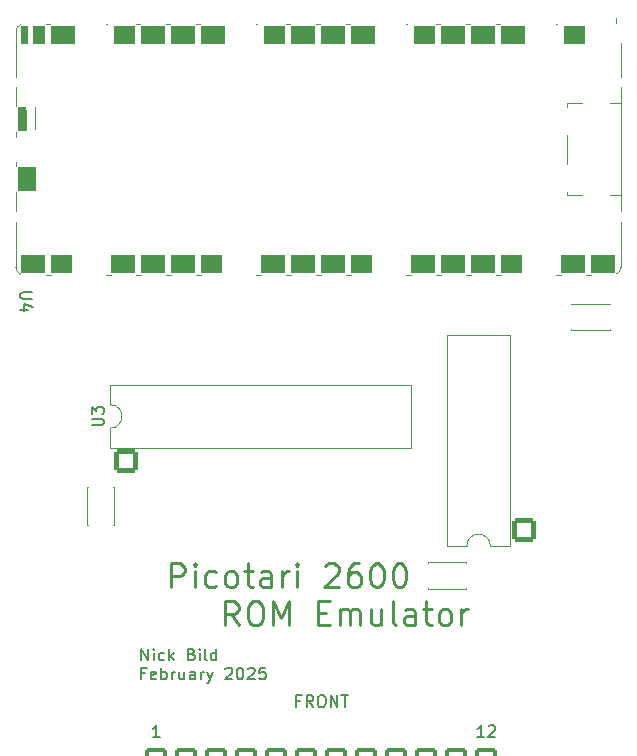
<source format=gto>
%TF.GenerationSoftware,KiCad,Pcbnew,8.0.8-8.0.8-0~ubuntu22.04.1*%
%TF.CreationDate,2025-02-03T17:59:30-05:00*%
%TF.ProjectId,2600cart,32363030-6361-4727-942e-6b696361645f,rev?*%
%TF.SameCoordinates,Original*%
%TF.FileFunction,Legend,Top*%
%TF.FilePolarity,Positive*%
%FSLAX46Y46*%
G04 Gerber Fmt 4.6, Leading zero omitted, Abs format (unit mm)*
G04 Created by KiCad (PCBNEW 8.0.8-8.0.8-0~ubuntu22.04.1) date 2025-02-03 17:59:30*
%MOMM*%
%LPD*%
G01*
G04 APERTURE LIST*
G04 Aperture macros list*
%AMRoundRect*
0 Rectangle with rounded corners*
0 $1 Rounding radius*
0 $2 $3 $4 $5 $6 $7 $8 $9 X,Y pos of 4 corners*
0 Add a 4 corners polygon primitive as box body*
4,1,4,$2,$3,$4,$5,$6,$7,$8,$9,$2,$3,0*
0 Add four circle primitives for the rounded corners*
1,1,$1+$1,$2,$3*
1,1,$1+$1,$4,$5*
1,1,$1+$1,$6,$7*
1,1,$1+$1,$8,$9*
0 Add four rect primitives between the rounded corners*
20,1,$1+$1,$2,$3,$4,$5,0*
20,1,$1+$1,$4,$5,$6,$7,0*
20,1,$1+$1,$6,$7,$8,$9,0*
20,1,$1+$1,$8,$9,$2,$3,0*%
%AMFreePoly0*
4,1,54,0.822393,0.998742,1.000410,0.978684,1.044073,0.968719,1.213163,0.909552,1.253513,0.890120,1.405198,0.794810,1.440213,0.766886,1.566886,0.640213,1.594810,0.605198,1.690120,0.453513,1.709552,0.413163,1.768719,0.244073,1.778684,0.200410,1.798742,0.022393,1.798742,-0.022393,1.778684,-0.200410,1.768719,-0.244073,1.709552,-0.413163,1.690120,-0.453513,1.594810,-0.605198,
1.566886,-0.640213,1.440213,-0.766886,1.405198,-0.794810,1.253513,-0.890120,1.213163,-0.909552,1.044073,-0.968719,1.000410,-0.978684,0.822393,-0.998742,0.800000,-1.000000,-1.400000,-1.000000,-1.421968,-0.994986,-1.444504,-0.994986,-1.531281,-0.975180,-1.531282,-0.975179,-1.611476,-0.936559,-1.681064,-0.881065,-1.736560,-0.811476,-1.775179,-0.731282,-1.775180,-0.731281,-1.794986,-0.644504,
-1.800000,-0.600000,-1.800000,0.600000,-1.794986,0.644504,-1.775180,0.731281,-1.736561,0.811474,-1.736560,0.811476,-1.681064,0.881065,-1.611476,0.936559,-1.531282,0.975179,-1.444505,0.994986,-1.429511,0.994986,-1.400000,1.000000,0.800000,1.000000,0.822393,0.998742,0.822393,0.998742,$1*%
%AMFreePoly1*
4,1,54,1.421968,0.994986,1.444504,0.994986,1.531281,0.975180,1.531282,0.975179,1.611476,0.936559,1.681064,0.881065,1.736560,0.811476,1.775179,0.731282,1.775180,0.731281,1.794986,0.644504,1.800000,0.600000,1.800000,-0.600000,1.794986,-0.644504,1.775180,-0.731281,1.736561,-0.811474,1.736560,-0.811476,1.681064,-0.881065,1.611476,-0.936559,1.531282,-0.975179,1.444505,-0.994986,
1.429511,-0.994986,1.400000,-1.000000,-0.800000,-1.000000,-0.822393,-0.998742,-1.000410,-0.978684,-1.044073,-0.968719,-1.213163,-0.909552,-1.253513,-0.890120,-1.405198,-0.794810,-1.440213,-0.766886,-1.566886,-0.640213,-1.594810,-0.605198,-1.690120,-0.453513,-1.709552,-0.413163,-1.768719,-0.244073,-1.778684,-0.200410,-1.798742,-0.022393,-1.798742,0.022393,-1.778684,0.200410,-1.768719,0.244073,
-1.709552,0.413163,-1.690120,0.453513,-1.594810,0.605198,-1.566886,0.640213,-1.440213,0.766886,-1.405198,0.794810,-1.253513,0.890120,-1.213163,0.909552,-1.044073,0.968719,-1.000410,0.978684,-0.822393,0.998742,-0.800000,1.000000,1.400000,1.000000,1.421968,0.994986,1.421968,0.994986,$1*%
%AMFreePoly2*
4,1,54,1.622393,0.998742,1.800410,0.978684,1.844073,0.968719,2.013163,0.909552,2.053513,0.890120,2.205198,0.794810,2.240213,0.766886,2.366886,0.640213,2.394810,0.605198,2.490120,0.453513,2.509552,0.413163,2.568719,0.244073,2.578684,0.200410,2.598742,0.022393,2.598742,-0.022393,2.578684,-0.200410,2.568719,-0.244073,2.509552,-0.413163,2.490120,-0.453513,2.394810,-0.605198,
2.366886,-0.640213,2.240213,-0.766886,2.205198,-0.794810,2.053513,-0.890120,2.013163,-0.909552,1.844073,-0.968719,1.800410,-0.978684,1.622393,-0.998742,1.600000,-1.000000,-0.600000,-1.000000,-0.621968,-0.994986,-0.644504,-0.994986,-0.731281,-0.975180,-0.731282,-0.975179,-0.811476,-0.936559,-0.881064,-0.881065,-0.936560,-0.811476,-0.975179,-0.731282,-0.975180,-0.731281,-0.994986,-0.644504,
-1.000000,-0.600000,-1.000000,0.600000,-0.994986,0.644504,-0.975180,0.731281,-0.936561,0.811474,-0.936560,0.811476,-0.881064,0.881065,-0.811476,0.936559,-0.731282,0.975179,-0.644505,0.994986,-0.629511,0.994986,-0.600000,1.000000,1.600000,1.000000,1.622393,0.998742,1.622393,0.998742,$1*%
G04 Aperture macros list end*
%ADD10C,0.150000*%
%ADD11C,0.250000*%
%ADD12C,0.200000*%
%ADD13C,0.120000*%
%ADD14RoundRect,0.200000X-0.762000X-2.286000X0.762000X-2.286000X0.762000X2.286000X-0.762000X2.286000X0*%
%ADD15C,2.000000*%
%ADD16C,2.200000*%
%ADD17C,1.850000*%
%ADD18FreePoly0,270.000000*%
%ADD19RoundRect,1.000000X-0.000010X0.800000X-0.000010X-0.800000X0.000010X-0.800000X0.000010X0.800000X0*%
%ADD20FreePoly1,270.000000*%
%ADD21RoundRect,1.000000X-0.800000X-0.000010X0.800000X-0.000010X0.800000X0.000010X-0.800000X0.000010X0*%
%ADD22FreePoly2,180.000000*%
%ADD23RoundRect,0.200000X0.800000X0.800000X-0.800000X0.800000X-0.800000X-0.800000X0.800000X-0.800000X0*%
%ADD24O,2.000000X2.000000*%
%ADD25RoundRect,0.200000X0.800000X-0.800000X0.800000X0.800000X-0.800000X0.800000X-0.800000X-0.800000X0*%
G04 APERTURE END LIST*
D10*
X100260379Y-122923075D02*
X100260379Y-121923075D01*
X100260379Y-121923075D02*
X100831807Y-122923075D01*
X100831807Y-122923075D02*
X100831807Y-121923075D01*
X101307998Y-122923075D02*
X101307998Y-122256408D01*
X101307998Y-121923075D02*
X101260379Y-121970694D01*
X101260379Y-121970694D02*
X101307998Y-122018313D01*
X101307998Y-122018313D02*
X101355617Y-121970694D01*
X101355617Y-121970694D02*
X101307998Y-121923075D01*
X101307998Y-121923075D02*
X101307998Y-122018313D01*
X102212759Y-122875456D02*
X102117521Y-122923075D01*
X102117521Y-122923075D02*
X101927045Y-122923075D01*
X101927045Y-122923075D02*
X101831807Y-122875456D01*
X101831807Y-122875456D02*
X101784188Y-122827836D01*
X101784188Y-122827836D02*
X101736569Y-122732598D01*
X101736569Y-122732598D02*
X101736569Y-122446884D01*
X101736569Y-122446884D02*
X101784188Y-122351646D01*
X101784188Y-122351646D02*
X101831807Y-122304027D01*
X101831807Y-122304027D02*
X101927045Y-122256408D01*
X101927045Y-122256408D02*
X102117521Y-122256408D01*
X102117521Y-122256408D02*
X102212759Y-122304027D01*
X102641331Y-122923075D02*
X102641331Y-121923075D01*
X102736569Y-122542122D02*
X103022283Y-122923075D01*
X103022283Y-122256408D02*
X102641331Y-122637360D01*
X104546093Y-122399265D02*
X104688950Y-122446884D01*
X104688950Y-122446884D02*
X104736569Y-122494503D01*
X104736569Y-122494503D02*
X104784188Y-122589741D01*
X104784188Y-122589741D02*
X104784188Y-122732598D01*
X104784188Y-122732598D02*
X104736569Y-122827836D01*
X104736569Y-122827836D02*
X104688950Y-122875456D01*
X104688950Y-122875456D02*
X104593712Y-122923075D01*
X104593712Y-122923075D02*
X104212760Y-122923075D01*
X104212760Y-122923075D02*
X104212760Y-121923075D01*
X104212760Y-121923075D02*
X104546093Y-121923075D01*
X104546093Y-121923075D02*
X104641331Y-121970694D01*
X104641331Y-121970694D02*
X104688950Y-122018313D01*
X104688950Y-122018313D02*
X104736569Y-122113551D01*
X104736569Y-122113551D02*
X104736569Y-122208789D01*
X104736569Y-122208789D02*
X104688950Y-122304027D01*
X104688950Y-122304027D02*
X104641331Y-122351646D01*
X104641331Y-122351646D02*
X104546093Y-122399265D01*
X104546093Y-122399265D02*
X104212760Y-122399265D01*
X105212760Y-122923075D02*
X105212760Y-122256408D01*
X105212760Y-121923075D02*
X105165141Y-121970694D01*
X105165141Y-121970694D02*
X105212760Y-122018313D01*
X105212760Y-122018313D02*
X105260379Y-121970694D01*
X105260379Y-121970694D02*
X105212760Y-121923075D01*
X105212760Y-121923075D02*
X105212760Y-122018313D01*
X105831807Y-122923075D02*
X105736569Y-122875456D01*
X105736569Y-122875456D02*
X105688950Y-122780217D01*
X105688950Y-122780217D02*
X105688950Y-121923075D01*
X106641331Y-122923075D02*
X106641331Y-121923075D01*
X106641331Y-122875456D02*
X106546093Y-122923075D01*
X106546093Y-122923075D02*
X106355617Y-122923075D01*
X106355617Y-122923075D02*
X106260379Y-122875456D01*
X106260379Y-122875456D02*
X106212760Y-122827836D01*
X106212760Y-122827836D02*
X106165141Y-122732598D01*
X106165141Y-122732598D02*
X106165141Y-122446884D01*
X106165141Y-122446884D02*
X106212760Y-122351646D01*
X106212760Y-122351646D02*
X106260379Y-122304027D01*
X106260379Y-122304027D02*
X106355617Y-122256408D01*
X106355617Y-122256408D02*
X106546093Y-122256408D01*
X106546093Y-122256408D02*
X106641331Y-122304027D01*
X100593712Y-124009209D02*
X100260379Y-124009209D01*
X100260379Y-124533019D02*
X100260379Y-123533019D01*
X100260379Y-123533019D02*
X100736569Y-123533019D01*
X101498474Y-124485400D02*
X101403236Y-124533019D01*
X101403236Y-124533019D02*
X101212760Y-124533019D01*
X101212760Y-124533019D02*
X101117522Y-124485400D01*
X101117522Y-124485400D02*
X101069903Y-124390161D01*
X101069903Y-124390161D02*
X101069903Y-124009209D01*
X101069903Y-124009209D02*
X101117522Y-123913971D01*
X101117522Y-123913971D02*
X101212760Y-123866352D01*
X101212760Y-123866352D02*
X101403236Y-123866352D01*
X101403236Y-123866352D02*
X101498474Y-123913971D01*
X101498474Y-123913971D02*
X101546093Y-124009209D01*
X101546093Y-124009209D02*
X101546093Y-124104447D01*
X101546093Y-124104447D02*
X101069903Y-124199685D01*
X101974665Y-124533019D02*
X101974665Y-123533019D01*
X101974665Y-123913971D02*
X102069903Y-123866352D01*
X102069903Y-123866352D02*
X102260379Y-123866352D01*
X102260379Y-123866352D02*
X102355617Y-123913971D01*
X102355617Y-123913971D02*
X102403236Y-123961590D01*
X102403236Y-123961590D02*
X102450855Y-124056828D01*
X102450855Y-124056828D02*
X102450855Y-124342542D01*
X102450855Y-124342542D02*
X102403236Y-124437780D01*
X102403236Y-124437780D02*
X102355617Y-124485400D01*
X102355617Y-124485400D02*
X102260379Y-124533019D01*
X102260379Y-124533019D02*
X102069903Y-124533019D01*
X102069903Y-124533019D02*
X101974665Y-124485400D01*
X102879427Y-124533019D02*
X102879427Y-123866352D01*
X102879427Y-124056828D02*
X102927046Y-123961590D01*
X102927046Y-123961590D02*
X102974665Y-123913971D01*
X102974665Y-123913971D02*
X103069903Y-123866352D01*
X103069903Y-123866352D02*
X103165141Y-123866352D01*
X103927046Y-123866352D02*
X103927046Y-124533019D01*
X103498475Y-123866352D02*
X103498475Y-124390161D01*
X103498475Y-124390161D02*
X103546094Y-124485400D01*
X103546094Y-124485400D02*
X103641332Y-124533019D01*
X103641332Y-124533019D02*
X103784189Y-124533019D01*
X103784189Y-124533019D02*
X103879427Y-124485400D01*
X103879427Y-124485400D02*
X103927046Y-124437780D01*
X104831808Y-124533019D02*
X104831808Y-124009209D01*
X104831808Y-124009209D02*
X104784189Y-123913971D01*
X104784189Y-123913971D02*
X104688951Y-123866352D01*
X104688951Y-123866352D02*
X104498475Y-123866352D01*
X104498475Y-123866352D02*
X104403237Y-123913971D01*
X104831808Y-124485400D02*
X104736570Y-124533019D01*
X104736570Y-124533019D02*
X104498475Y-124533019D01*
X104498475Y-124533019D02*
X104403237Y-124485400D01*
X104403237Y-124485400D02*
X104355618Y-124390161D01*
X104355618Y-124390161D02*
X104355618Y-124294923D01*
X104355618Y-124294923D02*
X104403237Y-124199685D01*
X104403237Y-124199685D02*
X104498475Y-124152066D01*
X104498475Y-124152066D02*
X104736570Y-124152066D01*
X104736570Y-124152066D02*
X104831808Y-124104447D01*
X105307999Y-124533019D02*
X105307999Y-123866352D01*
X105307999Y-124056828D02*
X105355618Y-123961590D01*
X105355618Y-123961590D02*
X105403237Y-123913971D01*
X105403237Y-123913971D02*
X105498475Y-123866352D01*
X105498475Y-123866352D02*
X105593713Y-123866352D01*
X105831809Y-123866352D02*
X106069904Y-124533019D01*
X106307999Y-123866352D02*
X106069904Y-124533019D01*
X106069904Y-124533019D02*
X105974666Y-124771114D01*
X105974666Y-124771114D02*
X105927047Y-124818733D01*
X105927047Y-124818733D02*
X105831809Y-124866352D01*
X107403238Y-123628257D02*
X107450857Y-123580638D01*
X107450857Y-123580638D02*
X107546095Y-123533019D01*
X107546095Y-123533019D02*
X107784190Y-123533019D01*
X107784190Y-123533019D02*
X107879428Y-123580638D01*
X107879428Y-123580638D02*
X107927047Y-123628257D01*
X107927047Y-123628257D02*
X107974666Y-123723495D01*
X107974666Y-123723495D02*
X107974666Y-123818733D01*
X107974666Y-123818733D02*
X107927047Y-123961590D01*
X107927047Y-123961590D02*
X107355619Y-124533019D01*
X107355619Y-124533019D02*
X107974666Y-124533019D01*
X108593714Y-123533019D02*
X108688952Y-123533019D01*
X108688952Y-123533019D02*
X108784190Y-123580638D01*
X108784190Y-123580638D02*
X108831809Y-123628257D01*
X108831809Y-123628257D02*
X108879428Y-123723495D01*
X108879428Y-123723495D02*
X108927047Y-123913971D01*
X108927047Y-123913971D02*
X108927047Y-124152066D01*
X108927047Y-124152066D02*
X108879428Y-124342542D01*
X108879428Y-124342542D02*
X108831809Y-124437780D01*
X108831809Y-124437780D02*
X108784190Y-124485400D01*
X108784190Y-124485400D02*
X108688952Y-124533019D01*
X108688952Y-124533019D02*
X108593714Y-124533019D01*
X108593714Y-124533019D02*
X108498476Y-124485400D01*
X108498476Y-124485400D02*
X108450857Y-124437780D01*
X108450857Y-124437780D02*
X108403238Y-124342542D01*
X108403238Y-124342542D02*
X108355619Y-124152066D01*
X108355619Y-124152066D02*
X108355619Y-123913971D01*
X108355619Y-123913971D02*
X108403238Y-123723495D01*
X108403238Y-123723495D02*
X108450857Y-123628257D01*
X108450857Y-123628257D02*
X108498476Y-123580638D01*
X108498476Y-123580638D02*
X108593714Y-123533019D01*
X109308000Y-123628257D02*
X109355619Y-123580638D01*
X109355619Y-123580638D02*
X109450857Y-123533019D01*
X109450857Y-123533019D02*
X109688952Y-123533019D01*
X109688952Y-123533019D02*
X109784190Y-123580638D01*
X109784190Y-123580638D02*
X109831809Y-123628257D01*
X109831809Y-123628257D02*
X109879428Y-123723495D01*
X109879428Y-123723495D02*
X109879428Y-123818733D01*
X109879428Y-123818733D02*
X109831809Y-123961590D01*
X109831809Y-123961590D02*
X109260381Y-124533019D01*
X109260381Y-124533019D02*
X109879428Y-124533019D01*
X110784190Y-123533019D02*
X110308000Y-123533019D01*
X110308000Y-123533019D02*
X110260381Y-124009209D01*
X110260381Y-124009209D02*
X110308000Y-123961590D01*
X110308000Y-123961590D02*
X110403238Y-123913971D01*
X110403238Y-123913971D02*
X110641333Y-123913971D01*
X110641333Y-123913971D02*
X110736571Y-123961590D01*
X110736571Y-123961590D02*
X110784190Y-124009209D01*
X110784190Y-124009209D02*
X110831809Y-124104447D01*
X110831809Y-124104447D02*
X110831809Y-124342542D01*
X110831809Y-124342542D02*
X110784190Y-124437780D01*
X110784190Y-124437780D02*
X110736571Y-124485400D01*
X110736571Y-124485400D02*
X110641333Y-124533019D01*
X110641333Y-124533019D02*
X110403238Y-124533019D01*
X110403238Y-124533019D02*
X110308000Y-124485400D01*
X110308000Y-124485400D02*
X110260381Y-124437780D01*
D11*
X102799463Y-116715150D02*
X102799463Y-114715150D01*
X102799463Y-114715150D02*
X103561368Y-114715150D01*
X103561368Y-114715150D02*
X103751844Y-114810388D01*
X103751844Y-114810388D02*
X103847082Y-114905626D01*
X103847082Y-114905626D02*
X103942320Y-115096102D01*
X103942320Y-115096102D02*
X103942320Y-115381816D01*
X103942320Y-115381816D02*
X103847082Y-115572292D01*
X103847082Y-115572292D02*
X103751844Y-115667531D01*
X103751844Y-115667531D02*
X103561368Y-115762769D01*
X103561368Y-115762769D02*
X102799463Y-115762769D01*
X104799463Y-116715150D02*
X104799463Y-115381816D01*
X104799463Y-114715150D02*
X104704225Y-114810388D01*
X104704225Y-114810388D02*
X104799463Y-114905626D01*
X104799463Y-114905626D02*
X104894701Y-114810388D01*
X104894701Y-114810388D02*
X104799463Y-114715150D01*
X104799463Y-114715150D02*
X104799463Y-114905626D01*
X106608987Y-116619912D02*
X106418511Y-116715150D01*
X106418511Y-116715150D02*
X106037558Y-116715150D01*
X106037558Y-116715150D02*
X105847082Y-116619912D01*
X105847082Y-116619912D02*
X105751844Y-116524673D01*
X105751844Y-116524673D02*
X105656606Y-116334197D01*
X105656606Y-116334197D02*
X105656606Y-115762769D01*
X105656606Y-115762769D02*
X105751844Y-115572292D01*
X105751844Y-115572292D02*
X105847082Y-115477054D01*
X105847082Y-115477054D02*
X106037558Y-115381816D01*
X106037558Y-115381816D02*
X106418511Y-115381816D01*
X106418511Y-115381816D02*
X106608987Y-115477054D01*
X107751844Y-116715150D02*
X107561368Y-116619912D01*
X107561368Y-116619912D02*
X107466130Y-116524673D01*
X107466130Y-116524673D02*
X107370892Y-116334197D01*
X107370892Y-116334197D02*
X107370892Y-115762769D01*
X107370892Y-115762769D02*
X107466130Y-115572292D01*
X107466130Y-115572292D02*
X107561368Y-115477054D01*
X107561368Y-115477054D02*
X107751844Y-115381816D01*
X107751844Y-115381816D02*
X108037559Y-115381816D01*
X108037559Y-115381816D02*
X108228035Y-115477054D01*
X108228035Y-115477054D02*
X108323273Y-115572292D01*
X108323273Y-115572292D02*
X108418511Y-115762769D01*
X108418511Y-115762769D02*
X108418511Y-116334197D01*
X108418511Y-116334197D02*
X108323273Y-116524673D01*
X108323273Y-116524673D02*
X108228035Y-116619912D01*
X108228035Y-116619912D02*
X108037559Y-116715150D01*
X108037559Y-116715150D02*
X107751844Y-116715150D01*
X108989940Y-115381816D02*
X109751844Y-115381816D01*
X109275654Y-114715150D02*
X109275654Y-116429435D01*
X109275654Y-116429435D02*
X109370892Y-116619912D01*
X109370892Y-116619912D02*
X109561368Y-116715150D01*
X109561368Y-116715150D02*
X109751844Y-116715150D01*
X111275654Y-116715150D02*
X111275654Y-115667531D01*
X111275654Y-115667531D02*
X111180416Y-115477054D01*
X111180416Y-115477054D02*
X110989940Y-115381816D01*
X110989940Y-115381816D02*
X110608987Y-115381816D01*
X110608987Y-115381816D02*
X110418511Y-115477054D01*
X111275654Y-116619912D02*
X111085178Y-116715150D01*
X111085178Y-116715150D02*
X110608987Y-116715150D01*
X110608987Y-116715150D02*
X110418511Y-116619912D01*
X110418511Y-116619912D02*
X110323273Y-116429435D01*
X110323273Y-116429435D02*
X110323273Y-116238959D01*
X110323273Y-116238959D02*
X110418511Y-116048483D01*
X110418511Y-116048483D02*
X110608987Y-115953245D01*
X110608987Y-115953245D02*
X111085178Y-115953245D01*
X111085178Y-115953245D02*
X111275654Y-115858007D01*
X112228035Y-116715150D02*
X112228035Y-115381816D01*
X112228035Y-115762769D02*
X112323273Y-115572292D01*
X112323273Y-115572292D02*
X112418511Y-115477054D01*
X112418511Y-115477054D02*
X112608987Y-115381816D01*
X112608987Y-115381816D02*
X112799464Y-115381816D01*
X113466130Y-116715150D02*
X113466130Y-115381816D01*
X113466130Y-114715150D02*
X113370892Y-114810388D01*
X113370892Y-114810388D02*
X113466130Y-114905626D01*
X113466130Y-114905626D02*
X113561368Y-114810388D01*
X113561368Y-114810388D02*
X113466130Y-114715150D01*
X113466130Y-114715150D02*
X113466130Y-114905626D01*
X115847083Y-114905626D02*
X115942321Y-114810388D01*
X115942321Y-114810388D02*
X116132797Y-114715150D01*
X116132797Y-114715150D02*
X116608988Y-114715150D01*
X116608988Y-114715150D02*
X116799464Y-114810388D01*
X116799464Y-114810388D02*
X116894702Y-114905626D01*
X116894702Y-114905626D02*
X116989940Y-115096102D01*
X116989940Y-115096102D02*
X116989940Y-115286578D01*
X116989940Y-115286578D02*
X116894702Y-115572292D01*
X116894702Y-115572292D02*
X115751845Y-116715150D01*
X115751845Y-116715150D02*
X116989940Y-116715150D01*
X118704226Y-114715150D02*
X118323273Y-114715150D01*
X118323273Y-114715150D02*
X118132797Y-114810388D01*
X118132797Y-114810388D02*
X118037559Y-114905626D01*
X118037559Y-114905626D02*
X117847083Y-115191340D01*
X117847083Y-115191340D02*
X117751845Y-115572292D01*
X117751845Y-115572292D02*
X117751845Y-116334197D01*
X117751845Y-116334197D02*
X117847083Y-116524673D01*
X117847083Y-116524673D02*
X117942321Y-116619912D01*
X117942321Y-116619912D02*
X118132797Y-116715150D01*
X118132797Y-116715150D02*
X118513750Y-116715150D01*
X118513750Y-116715150D02*
X118704226Y-116619912D01*
X118704226Y-116619912D02*
X118799464Y-116524673D01*
X118799464Y-116524673D02*
X118894702Y-116334197D01*
X118894702Y-116334197D02*
X118894702Y-115858007D01*
X118894702Y-115858007D02*
X118799464Y-115667531D01*
X118799464Y-115667531D02*
X118704226Y-115572292D01*
X118704226Y-115572292D02*
X118513750Y-115477054D01*
X118513750Y-115477054D02*
X118132797Y-115477054D01*
X118132797Y-115477054D02*
X117942321Y-115572292D01*
X117942321Y-115572292D02*
X117847083Y-115667531D01*
X117847083Y-115667531D02*
X117751845Y-115858007D01*
X120132797Y-114715150D02*
X120323274Y-114715150D01*
X120323274Y-114715150D02*
X120513750Y-114810388D01*
X120513750Y-114810388D02*
X120608988Y-114905626D01*
X120608988Y-114905626D02*
X120704226Y-115096102D01*
X120704226Y-115096102D02*
X120799464Y-115477054D01*
X120799464Y-115477054D02*
X120799464Y-115953245D01*
X120799464Y-115953245D02*
X120704226Y-116334197D01*
X120704226Y-116334197D02*
X120608988Y-116524673D01*
X120608988Y-116524673D02*
X120513750Y-116619912D01*
X120513750Y-116619912D02*
X120323274Y-116715150D01*
X120323274Y-116715150D02*
X120132797Y-116715150D01*
X120132797Y-116715150D02*
X119942321Y-116619912D01*
X119942321Y-116619912D02*
X119847083Y-116524673D01*
X119847083Y-116524673D02*
X119751845Y-116334197D01*
X119751845Y-116334197D02*
X119656607Y-115953245D01*
X119656607Y-115953245D02*
X119656607Y-115477054D01*
X119656607Y-115477054D02*
X119751845Y-115096102D01*
X119751845Y-115096102D02*
X119847083Y-114905626D01*
X119847083Y-114905626D02*
X119942321Y-114810388D01*
X119942321Y-114810388D02*
X120132797Y-114715150D01*
X122037559Y-114715150D02*
X122228036Y-114715150D01*
X122228036Y-114715150D02*
X122418512Y-114810388D01*
X122418512Y-114810388D02*
X122513750Y-114905626D01*
X122513750Y-114905626D02*
X122608988Y-115096102D01*
X122608988Y-115096102D02*
X122704226Y-115477054D01*
X122704226Y-115477054D02*
X122704226Y-115953245D01*
X122704226Y-115953245D02*
X122608988Y-116334197D01*
X122608988Y-116334197D02*
X122513750Y-116524673D01*
X122513750Y-116524673D02*
X122418512Y-116619912D01*
X122418512Y-116619912D02*
X122228036Y-116715150D01*
X122228036Y-116715150D02*
X122037559Y-116715150D01*
X122037559Y-116715150D02*
X121847083Y-116619912D01*
X121847083Y-116619912D02*
X121751845Y-116524673D01*
X121751845Y-116524673D02*
X121656607Y-116334197D01*
X121656607Y-116334197D02*
X121561369Y-115953245D01*
X121561369Y-115953245D02*
X121561369Y-115477054D01*
X121561369Y-115477054D02*
X121656607Y-115096102D01*
X121656607Y-115096102D02*
X121751845Y-114905626D01*
X121751845Y-114905626D02*
X121847083Y-114810388D01*
X121847083Y-114810388D02*
X122037559Y-114715150D01*
X108513750Y-119935038D02*
X107847083Y-118982657D01*
X107370893Y-119935038D02*
X107370893Y-117935038D01*
X107370893Y-117935038D02*
X108132798Y-117935038D01*
X108132798Y-117935038D02*
X108323274Y-118030276D01*
X108323274Y-118030276D02*
X108418512Y-118125514D01*
X108418512Y-118125514D02*
X108513750Y-118315990D01*
X108513750Y-118315990D02*
X108513750Y-118601704D01*
X108513750Y-118601704D02*
X108418512Y-118792180D01*
X108418512Y-118792180D02*
X108323274Y-118887419D01*
X108323274Y-118887419D02*
X108132798Y-118982657D01*
X108132798Y-118982657D02*
X107370893Y-118982657D01*
X109751845Y-117935038D02*
X110132798Y-117935038D01*
X110132798Y-117935038D02*
X110323274Y-118030276D01*
X110323274Y-118030276D02*
X110513750Y-118220752D01*
X110513750Y-118220752D02*
X110608988Y-118601704D01*
X110608988Y-118601704D02*
X110608988Y-119268371D01*
X110608988Y-119268371D02*
X110513750Y-119649323D01*
X110513750Y-119649323D02*
X110323274Y-119839800D01*
X110323274Y-119839800D02*
X110132798Y-119935038D01*
X110132798Y-119935038D02*
X109751845Y-119935038D01*
X109751845Y-119935038D02*
X109561369Y-119839800D01*
X109561369Y-119839800D02*
X109370893Y-119649323D01*
X109370893Y-119649323D02*
X109275655Y-119268371D01*
X109275655Y-119268371D02*
X109275655Y-118601704D01*
X109275655Y-118601704D02*
X109370893Y-118220752D01*
X109370893Y-118220752D02*
X109561369Y-118030276D01*
X109561369Y-118030276D02*
X109751845Y-117935038D01*
X111466131Y-119935038D02*
X111466131Y-117935038D01*
X111466131Y-117935038D02*
X112132798Y-119363609D01*
X112132798Y-119363609D02*
X112799464Y-117935038D01*
X112799464Y-117935038D02*
X112799464Y-119935038D01*
X115275655Y-118887419D02*
X115942322Y-118887419D01*
X116228036Y-119935038D02*
X115275655Y-119935038D01*
X115275655Y-119935038D02*
X115275655Y-117935038D01*
X115275655Y-117935038D02*
X116228036Y-117935038D01*
X117085179Y-119935038D02*
X117085179Y-118601704D01*
X117085179Y-118792180D02*
X117180417Y-118696942D01*
X117180417Y-118696942D02*
X117370893Y-118601704D01*
X117370893Y-118601704D02*
X117656608Y-118601704D01*
X117656608Y-118601704D02*
X117847084Y-118696942D01*
X117847084Y-118696942D02*
X117942322Y-118887419D01*
X117942322Y-118887419D02*
X117942322Y-119935038D01*
X117942322Y-118887419D02*
X118037560Y-118696942D01*
X118037560Y-118696942D02*
X118228036Y-118601704D01*
X118228036Y-118601704D02*
X118513750Y-118601704D01*
X118513750Y-118601704D02*
X118704227Y-118696942D01*
X118704227Y-118696942D02*
X118799465Y-118887419D01*
X118799465Y-118887419D02*
X118799465Y-119935038D01*
X120608989Y-118601704D02*
X120608989Y-119935038D01*
X119751846Y-118601704D02*
X119751846Y-119649323D01*
X119751846Y-119649323D02*
X119847084Y-119839800D01*
X119847084Y-119839800D02*
X120037560Y-119935038D01*
X120037560Y-119935038D02*
X120323275Y-119935038D01*
X120323275Y-119935038D02*
X120513751Y-119839800D01*
X120513751Y-119839800D02*
X120608989Y-119744561D01*
X121847084Y-119935038D02*
X121656608Y-119839800D01*
X121656608Y-119839800D02*
X121561370Y-119649323D01*
X121561370Y-119649323D02*
X121561370Y-117935038D01*
X123466132Y-119935038D02*
X123466132Y-118887419D01*
X123466132Y-118887419D02*
X123370894Y-118696942D01*
X123370894Y-118696942D02*
X123180418Y-118601704D01*
X123180418Y-118601704D02*
X122799465Y-118601704D01*
X122799465Y-118601704D02*
X122608989Y-118696942D01*
X123466132Y-119839800D02*
X123275656Y-119935038D01*
X123275656Y-119935038D02*
X122799465Y-119935038D01*
X122799465Y-119935038D02*
X122608989Y-119839800D01*
X122608989Y-119839800D02*
X122513751Y-119649323D01*
X122513751Y-119649323D02*
X122513751Y-119458847D01*
X122513751Y-119458847D02*
X122608989Y-119268371D01*
X122608989Y-119268371D02*
X122799465Y-119173133D01*
X122799465Y-119173133D02*
X123275656Y-119173133D01*
X123275656Y-119173133D02*
X123466132Y-119077895D01*
X124132799Y-118601704D02*
X124894703Y-118601704D01*
X124418513Y-117935038D02*
X124418513Y-119649323D01*
X124418513Y-119649323D02*
X124513751Y-119839800D01*
X124513751Y-119839800D02*
X124704227Y-119935038D01*
X124704227Y-119935038D02*
X124894703Y-119935038D01*
X125847084Y-119935038D02*
X125656608Y-119839800D01*
X125656608Y-119839800D02*
X125561370Y-119744561D01*
X125561370Y-119744561D02*
X125466132Y-119554085D01*
X125466132Y-119554085D02*
X125466132Y-118982657D01*
X125466132Y-118982657D02*
X125561370Y-118792180D01*
X125561370Y-118792180D02*
X125656608Y-118696942D01*
X125656608Y-118696942D02*
X125847084Y-118601704D01*
X125847084Y-118601704D02*
X126132799Y-118601704D01*
X126132799Y-118601704D02*
X126323275Y-118696942D01*
X126323275Y-118696942D02*
X126418513Y-118792180D01*
X126418513Y-118792180D02*
X126513751Y-118982657D01*
X126513751Y-118982657D02*
X126513751Y-119554085D01*
X126513751Y-119554085D02*
X126418513Y-119744561D01*
X126418513Y-119744561D02*
X126323275Y-119839800D01*
X126323275Y-119839800D02*
X126132799Y-119935038D01*
X126132799Y-119935038D02*
X125847084Y-119935038D01*
X127370894Y-119935038D02*
X127370894Y-118601704D01*
X127370894Y-118982657D02*
X127466132Y-118792180D01*
X127466132Y-118792180D02*
X127561370Y-118696942D01*
X127561370Y-118696942D02*
X127751846Y-118601704D01*
X127751846Y-118601704D02*
X127942323Y-118601704D01*
D12*
X113738285Y-126349809D02*
X113404952Y-126349809D01*
X113404952Y-126873619D02*
X113404952Y-125873619D01*
X113404952Y-125873619D02*
X113881142Y-125873619D01*
X114833523Y-126873619D02*
X114500190Y-126397428D01*
X114262095Y-126873619D02*
X114262095Y-125873619D01*
X114262095Y-125873619D02*
X114643047Y-125873619D01*
X114643047Y-125873619D02*
X114738285Y-125921238D01*
X114738285Y-125921238D02*
X114785904Y-125968857D01*
X114785904Y-125968857D02*
X114833523Y-126064095D01*
X114833523Y-126064095D02*
X114833523Y-126206952D01*
X114833523Y-126206952D02*
X114785904Y-126302190D01*
X114785904Y-126302190D02*
X114738285Y-126349809D01*
X114738285Y-126349809D02*
X114643047Y-126397428D01*
X114643047Y-126397428D02*
X114262095Y-126397428D01*
X115452571Y-125873619D02*
X115643047Y-125873619D01*
X115643047Y-125873619D02*
X115738285Y-125921238D01*
X115738285Y-125921238D02*
X115833523Y-126016476D01*
X115833523Y-126016476D02*
X115881142Y-126206952D01*
X115881142Y-126206952D02*
X115881142Y-126540285D01*
X115881142Y-126540285D02*
X115833523Y-126730761D01*
X115833523Y-126730761D02*
X115738285Y-126826000D01*
X115738285Y-126826000D02*
X115643047Y-126873619D01*
X115643047Y-126873619D02*
X115452571Y-126873619D01*
X115452571Y-126873619D02*
X115357333Y-126826000D01*
X115357333Y-126826000D02*
X115262095Y-126730761D01*
X115262095Y-126730761D02*
X115214476Y-126540285D01*
X115214476Y-126540285D02*
X115214476Y-126206952D01*
X115214476Y-126206952D02*
X115262095Y-126016476D01*
X115262095Y-126016476D02*
X115357333Y-125921238D01*
X115357333Y-125921238D02*
X115452571Y-125873619D01*
X116309714Y-126873619D02*
X116309714Y-125873619D01*
X116309714Y-125873619D02*
X116881142Y-126873619D01*
X116881142Y-126873619D02*
X116881142Y-125873619D01*
X117214476Y-125873619D02*
X117785904Y-125873619D01*
X117500190Y-126873619D02*
X117500190Y-125873619D01*
D10*
X101839714Y-129416219D02*
X101268286Y-129416219D01*
X101554000Y-129416219D02*
X101554000Y-128416219D01*
X101554000Y-128416219D02*
X101458762Y-128559076D01*
X101458762Y-128559076D02*
X101363524Y-128654314D01*
X101363524Y-128654314D02*
X101268286Y-128701933D01*
X129303523Y-129416219D02*
X128732095Y-129416219D01*
X129017809Y-129416219D02*
X129017809Y-128416219D01*
X129017809Y-128416219D02*
X128922571Y-128559076D01*
X128922571Y-128559076D02*
X128827333Y-128654314D01*
X128827333Y-128654314D02*
X128732095Y-128701933D01*
X129684476Y-128511457D02*
X129732095Y-128463838D01*
X129732095Y-128463838D02*
X129827333Y-128416219D01*
X129827333Y-128416219D02*
X130065428Y-128416219D01*
X130065428Y-128416219D02*
X130160666Y-128463838D01*
X130160666Y-128463838D02*
X130208285Y-128511457D01*
X130208285Y-128511457D02*
X130255904Y-128606695D01*
X130255904Y-128606695D02*
X130255904Y-128701933D01*
X130255904Y-128701933D02*
X130208285Y-128844790D01*
X130208285Y-128844790D02*
X129636857Y-129416219D01*
X129636857Y-129416219D02*
X130255904Y-129416219D01*
X91045380Y-91738679D02*
X90235857Y-91738679D01*
X90235857Y-91738679D02*
X90140619Y-91786298D01*
X90140619Y-91786298D02*
X90093000Y-91833917D01*
X90093000Y-91833917D02*
X90045380Y-91929155D01*
X90045380Y-91929155D02*
X90045380Y-92119631D01*
X90045380Y-92119631D02*
X90093000Y-92214869D01*
X90093000Y-92214869D02*
X90140619Y-92262488D01*
X90140619Y-92262488D02*
X90235857Y-92310107D01*
X90235857Y-92310107D02*
X91045380Y-92310107D01*
X90712047Y-93214869D02*
X90045380Y-93214869D01*
X91093000Y-92976774D02*
X90378714Y-92738679D01*
X90378714Y-92738679D02*
X90378714Y-93357726D01*
X96083219Y-103022304D02*
X96892742Y-103022304D01*
X96892742Y-103022304D02*
X96987980Y-102974685D01*
X96987980Y-102974685D02*
X97035600Y-102927066D01*
X97035600Y-102927066D02*
X97083219Y-102831828D01*
X97083219Y-102831828D02*
X97083219Y-102641352D01*
X97083219Y-102641352D02*
X97035600Y-102546114D01*
X97035600Y-102546114D02*
X96987980Y-102498495D01*
X96987980Y-102498495D02*
X96892742Y-102450876D01*
X96892742Y-102450876D02*
X96083219Y-102450876D01*
X96083219Y-102069923D02*
X96083219Y-101450876D01*
X96083219Y-101450876D02*
X96464171Y-101784209D01*
X96464171Y-101784209D02*
X96464171Y-101641352D01*
X96464171Y-101641352D02*
X96511790Y-101546114D01*
X96511790Y-101546114D02*
X96559409Y-101498495D01*
X96559409Y-101498495D02*
X96654647Y-101450876D01*
X96654647Y-101450876D02*
X96892742Y-101450876D01*
X96892742Y-101450876D02*
X96987980Y-101498495D01*
X96987980Y-101498495D02*
X97035600Y-101546114D01*
X97035600Y-101546114D02*
X97083219Y-101641352D01*
X97083219Y-101641352D02*
X97083219Y-101927066D01*
X97083219Y-101927066D02*
X97035600Y-102022304D01*
X97035600Y-102022304D02*
X96987980Y-102069923D01*
D13*
%TO.C,C1*%
X136677600Y-92707600D02*
X136677600Y-92772600D01*
X136677600Y-92707600D02*
X139917600Y-92707600D01*
X136677600Y-94882600D02*
X136677600Y-94947600D01*
X136677600Y-94947600D02*
X139917600Y-94947600D01*
X139917600Y-92707600D02*
X139917600Y-92772600D01*
X139917600Y-94882600D02*
X139917600Y-94947600D01*
%TO.C,C2*%
X95704800Y-108260400D02*
X95704800Y-111500400D01*
X95769800Y-108260400D02*
X95704800Y-108260400D01*
X95769800Y-111500400D02*
X95704800Y-111500400D01*
X97944800Y-108260400D02*
X97879800Y-108260400D01*
X97944800Y-108260400D02*
X97944800Y-111500400D01*
X97944800Y-111500400D02*
X97879800Y-111500400D01*
%TO.C,U4*%
X89655200Y-69654400D02*
X89655200Y-73492339D01*
X89655200Y-76054400D02*
X89655200Y-74416461D01*
X89655200Y-78174400D02*
X89655200Y-78594400D01*
X89655200Y-80714400D02*
X89655200Y-81134400D01*
X89655200Y-84892339D02*
X89655200Y-83254400D01*
X89655200Y-85816461D02*
X89655200Y-89654400D01*
X92615200Y-69044400D02*
X92195200Y-69044400D01*
X92615200Y-90264400D02*
X92195200Y-90264400D01*
X95155200Y-69044400D02*
X94735200Y-69044400D01*
X95155200Y-90264400D02*
X94735200Y-90264400D01*
X97695200Y-69044400D02*
X97275200Y-69044400D01*
X97695200Y-90264400D02*
X97275200Y-90264400D01*
X100235200Y-69044400D02*
X99815200Y-69044400D01*
X100235200Y-90264400D02*
X99815200Y-90264400D01*
X102775200Y-69044400D02*
X102355200Y-69044400D01*
X102775200Y-90264400D02*
X102355200Y-90264400D01*
X105315200Y-69044400D02*
X104895200Y-69044400D01*
X105315200Y-90264400D02*
X104895200Y-90264400D01*
X107855200Y-69044400D02*
X107435200Y-69044400D01*
X107855200Y-90264400D02*
X107435200Y-90264400D01*
X110395200Y-69044400D02*
X109975200Y-69044400D01*
X110395200Y-90264400D02*
X109975200Y-90264400D01*
X112935200Y-69044400D02*
X112515200Y-69044400D01*
X112935200Y-90264400D02*
X112515200Y-90264400D01*
X115475200Y-69044400D02*
X115055200Y-69044400D01*
X115475200Y-90264400D02*
X115055200Y-90264400D01*
X118015200Y-69044400D02*
X117595200Y-69044400D01*
X118015200Y-90264400D02*
X117595200Y-90264400D01*
X120555200Y-69044400D02*
X120135200Y-69044400D01*
X120555200Y-90264400D02*
X120135200Y-90264400D01*
X123095200Y-69044400D02*
X122675200Y-69044400D01*
X123095200Y-90264400D02*
X122675200Y-90264400D01*
X125635200Y-69044400D02*
X125215200Y-69044400D01*
X125635200Y-90264400D02*
X125215200Y-90264400D01*
X128175200Y-69044400D02*
X127755200Y-69044400D01*
X128175200Y-90264400D02*
X127755200Y-90264400D01*
X130715200Y-69044400D02*
X130295200Y-69044400D01*
X130715200Y-90264400D02*
X130295200Y-90264400D01*
X133255200Y-69044400D02*
X132835200Y-69044400D01*
X133255200Y-90264400D02*
X132835200Y-90264400D01*
X135795200Y-69044400D02*
X135375200Y-69044400D01*
X135795200Y-90264400D02*
X135375200Y-90264400D01*
X136355200Y-75754400D02*
X136355200Y-76050490D01*
X136355200Y-78408310D02*
X136355200Y-80900490D01*
X136355200Y-83258310D02*
X136355200Y-83554400D01*
X137571200Y-75754400D02*
X136355200Y-75754400D01*
X137571200Y-83554400D02*
X136355200Y-83554400D01*
X138335200Y-69044400D02*
X137915200Y-69044400D01*
X138335200Y-69044400D02*
X138335200Y-68564400D01*
X138335200Y-90264400D02*
X137915200Y-90264400D01*
X140455200Y-69074724D02*
X140455200Y-68564400D01*
X140875200Y-69654400D02*
X140875200Y-72144400D01*
X140875200Y-72144400D02*
X140875200Y-73492340D01*
X140875200Y-74416461D02*
X140875200Y-75419400D01*
X140875200Y-75419400D02*
X140875200Y-83889400D01*
X140875200Y-75754400D02*
X139959200Y-75754400D01*
X140875200Y-83554400D02*
X139959200Y-83554400D01*
X140875200Y-83889400D02*
X140875200Y-84892339D01*
X140875200Y-85816461D02*
X140875200Y-87164400D01*
X140875200Y-89654400D02*
X140875200Y-87164400D01*
X89655200Y-69654400D02*
G75*
G02*
X90075263Y-69074724I610002J-1D01*
G01*
X90075263Y-90234076D02*
G75*
G02*
X89655196Y-89654400I189877J579636D01*
G01*
X140455200Y-69074724D02*
G75*
G02*
X140875200Y-69654400I-190051J-579692D01*
G01*
X140875200Y-89654400D02*
G75*
G02*
X140455137Y-90234076I-610000J0D01*
G01*
%TO.C,U5*%
X126178800Y-95342400D02*
X126178800Y-113242400D01*
X126178800Y-113242400D02*
X127828800Y-113242400D01*
X129828800Y-113242400D02*
X131478800Y-113242400D01*
X131478800Y-95342400D02*
X126178800Y-95342400D01*
X131478800Y-113242400D02*
X131478800Y-95342400D01*
X127828800Y-113242400D02*
G75*
G02*
X129828800Y-113242400I1000000J0D01*
G01*
%TO.C,U3*%
X97628400Y-99610400D02*
X97628400Y-101260400D01*
X97628400Y-103260400D02*
X97628400Y-104910400D01*
X97628400Y-104910400D02*
X123148400Y-104910400D01*
X123148400Y-99610400D02*
X97628400Y-99610400D01*
X123148400Y-104910400D02*
X123148400Y-99610400D01*
X97628400Y-101260400D02*
G75*
G02*
X97628400Y-103260400I0J-1000000D01*
G01*
%TO.C,C3*%
X124547200Y-114602400D02*
X124547200Y-114667400D01*
X124547200Y-114602400D02*
X127787200Y-114602400D01*
X124547200Y-116777400D02*
X124547200Y-116842400D01*
X124547200Y-116842400D02*
X127787200Y-116842400D01*
X127787200Y-114602400D02*
X127787200Y-114667400D01*
X127787200Y-116777400D02*
X127787200Y-116842400D01*
%TD*%
%LPC*%
D14*
%TO.C,U1*%
X101554000Y-132771400D03*
X104094000Y-132771400D03*
X106634000Y-132771400D03*
X109174000Y-132771400D03*
X111714000Y-132771400D03*
X114254000Y-132771400D03*
X116794000Y-132771400D03*
X119334000Y-132771400D03*
X121874000Y-132771400D03*
X124414000Y-132771400D03*
X126954000Y-132771400D03*
X129494000Y-132771400D03*
X129494000Y-132771400D03*
%TD*%
D15*
%TO.C,C1*%
X137047600Y-93827600D03*
X139547600Y-93827600D03*
%TD*%
%TO.C,C2*%
X96824800Y-108630400D03*
X96824800Y-111130400D03*
%TD*%
D16*
%TO.C,U4*%
X139265200Y-76929400D03*
D17*
X136235200Y-77229400D03*
X136235200Y-82079400D03*
D16*
X139265200Y-82379400D03*
D18*
X139395200Y-69964400D03*
D19*
X136855200Y-69964400D03*
D20*
X134315200Y-69964400D03*
D19*
X131775200Y-69964400D03*
X129235200Y-69964400D03*
X126695200Y-69964400D03*
X124155200Y-69964400D03*
D20*
X121615200Y-69964400D03*
D19*
X119075200Y-69964400D03*
X116535200Y-69964400D03*
X113995200Y-69964400D03*
X111455200Y-69964400D03*
D20*
X108915200Y-69964400D03*
D19*
X106375200Y-69964400D03*
X103835200Y-69964400D03*
X101295200Y-69964400D03*
X98755200Y-69964400D03*
D20*
X96215200Y-69964400D03*
D19*
X93675200Y-69964400D03*
X91135200Y-69964400D03*
X91135200Y-89344400D03*
X93675200Y-89344400D03*
D18*
X96215200Y-89344400D03*
D19*
X98755200Y-89344400D03*
X101295200Y-89344400D03*
X103835200Y-89344400D03*
X106375200Y-89344400D03*
D18*
X108915200Y-89344400D03*
D19*
X111455200Y-89344400D03*
X113995200Y-89344400D03*
X116535200Y-89344400D03*
X119075200Y-89344400D03*
D18*
X121615200Y-89344400D03*
D19*
X124155200Y-89344400D03*
X126695200Y-89344400D03*
X129235200Y-89344400D03*
X131775200Y-89344400D03*
D18*
X134315200Y-89344400D03*
D19*
X136855200Y-89344400D03*
X139395200Y-89344400D03*
D21*
X90565200Y-77114400D03*
D22*
X91365200Y-79654400D03*
D21*
X90565200Y-82194400D03*
%TD*%
D23*
%TO.C,U5*%
X132638800Y-111912400D03*
D24*
X132638800Y-109372400D03*
X132638800Y-106832400D03*
X132638800Y-104292400D03*
X132638800Y-101752400D03*
X132638800Y-99212400D03*
X132638800Y-96672400D03*
X125018800Y-96672400D03*
X125018800Y-99212400D03*
X125018800Y-101752400D03*
X125018800Y-104292400D03*
X125018800Y-106832400D03*
X125018800Y-109372400D03*
X125018800Y-111912400D03*
%TD*%
D25*
%TO.C,U3*%
X98958400Y-106070400D03*
D24*
X101498400Y-106070400D03*
X104038400Y-106070400D03*
X106578400Y-106070400D03*
X109118400Y-106070400D03*
X111658400Y-106070400D03*
X114198400Y-106070400D03*
X116738400Y-106070400D03*
X119278400Y-106070400D03*
X121818400Y-106070400D03*
X121818400Y-98450400D03*
X119278400Y-98450400D03*
X116738400Y-98450400D03*
X114198400Y-98450400D03*
X111658400Y-98450400D03*
X109118400Y-98450400D03*
X106578400Y-98450400D03*
X104038400Y-98450400D03*
X101498400Y-98450400D03*
X98958400Y-98450400D03*
%TD*%
D15*
%TO.C,C3*%
X124917200Y-115722400D03*
X127417200Y-115722400D03*
%TD*%
%LPD*%
M02*

</source>
